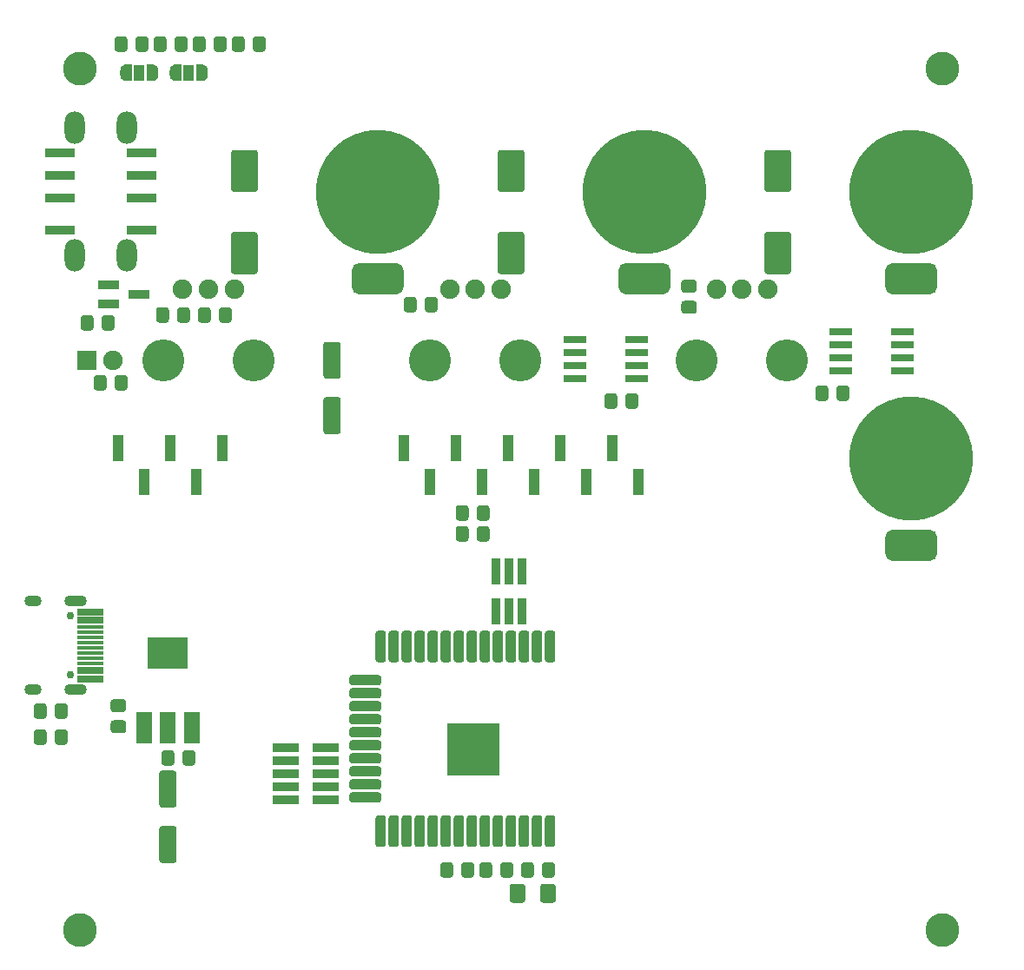
<source format=gbr>
%TF.GenerationSoftware,KiCad,Pcbnew,(5.1.6)-1*%
%TF.CreationDate,2020-10-02T15:44:05+02:00*%
%TF.ProjectId,PTnglieder,50546e67-6c69-4656-9465-722e6b696361,rev?*%
%TF.SameCoordinates,Original*%
%TF.FileFunction,Soldermask,Bot*%
%TF.FilePolarity,Negative*%
%FSLAX46Y46*%
G04 Gerber Fmt 4.6, Leading zero omitted, Abs format (unit mm)*
G04 Created by KiCad (PCBNEW (5.1.6)-1) date 2020-10-02 15:44:05*
%MOMM*%
%LPD*%
G01*
G04 APERTURE LIST*
%ADD10R,2.500000X0.840000*%
%ADD11C,1.900000*%
%ADD12R,1.900000X1.900000*%
%ADD13R,1.100000X2.610000*%
%ADD14R,2.300000X0.700000*%
%ADD15R,5.100000X5.100000*%
%ADD16R,2.550000X0.700000*%
%ADD17R,2.550000X0.400000*%
%ADD18O,2.200000X1.100000*%
%ADD19C,0.750000*%
%ADD20O,1.700000X1.100000*%
%ADD21C,12.100000*%
%ADD22C,4.100000*%
%ADD23O,1.950000X3.148000*%
%ADD24R,1.600000X3.100000*%
%ADD25R,3.900000X3.100000*%
%ADD26R,2.000000X0.900000*%
%ADD27R,2.900000X0.900000*%
%ADD28R,1.100000X1.600000*%
%ADD29C,0.100000*%
%ADD30R,0.840000X2.500000*%
%ADD31C,3.300000*%
G04 APERTURE END LIST*
D10*
%TO.C,J7*%
X81960000Y-124206000D03*
X78060000Y-124206000D03*
X81960000Y-125476000D03*
X78060000Y-125476000D03*
X81960000Y-126746000D03*
X78060000Y-126746000D03*
X81960000Y-128016000D03*
X78060000Y-128016000D03*
X81960000Y-129286000D03*
X78060000Y-129286000D03*
%TD*%
%TO.C,R15*%
G36*
G01*
X61360000Y-89124262D02*
X61360000Y-88167738D01*
G75*
G02*
X61631738Y-87896000I271738J0D01*
G01*
X62338262Y-87896000D01*
G75*
G02*
X62610000Y-88167738I0J-271738D01*
G01*
X62610000Y-89124262D01*
G75*
G02*
X62338262Y-89396000I-271738J0D01*
G01*
X61631738Y-89396000D01*
G75*
G02*
X61360000Y-89124262I0J271738D01*
G01*
G37*
G36*
G01*
X59310000Y-89124262D02*
X59310000Y-88167738D01*
G75*
G02*
X59581738Y-87896000I271738J0D01*
G01*
X60288262Y-87896000D01*
G75*
G02*
X60560000Y-88167738I0J-271738D01*
G01*
X60560000Y-89124262D01*
G75*
G02*
X60288262Y-89396000I-271738J0D01*
G01*
X59581738Y-89396000D01*
G75*
G02*
X59310000Y-89124262I0J271738D01*
G01*
G37*
%TD*%
D11*
%TO.C,D1*%
X61214000Y-86500000D03*
D12*
X58674000Y-86500000D03*
%TD*%
D13*
%TO.C,U4*%
X112430000Y-98310000D03*
X107350000Y-98310000D03*
X102270000Y-98310000D03*
X97190000Y-98310000D03*
X92110000Y-98310000D03*
X109890000Y-95000000D03*
X104810000Y-95000000D03*
X99730000Y-95000000D03*
X94650000Y-95000000D03*
X89570000Y-95000000D03*
%TD*%
%TO.C,R14*%
G36*
G01*
X98152000Y-135665738D02*
X98152000Y-136622262D01*
G75*
G02*
X97880262Y-136894000I-271738J0D01*
G01*
X97173738Y-136894000D01*
G75*
G02*
X96902000Y-136622262I0J271738D01*
G01*
X96902000Y-135665738D01*
G75*
G02*
X97173738Y-135394000I271738J0D01*
G01*
X97880262Y-135394000D01*
G75*
G02*
X98152000Y-135665738I0J-271738D01*
G01*
G37*
G36*
G01*
X100202000Y-135665738D02*
X100202000Y-136622262D01*
G75*
G02*
X99930262Y-136894000I-271738J0D01*
G01*
X99223738Y-136894000D01*
G75*
G02*
X98952000Y-136622262I0J271738D01*
G01*
X98952000Y-135665738D01*
G75*
G02*
X99223738Y-135394000I271738J0D01*
G01*
X99930262Y-135394000D01*
G75*
G02*
X100202000Y-135665738I0J-271738D01*
G01*
G37*
%TD*%
%TO.C,C12*%
G36*
G01*
X103016000Y-136622262D02*
X103016000Y-135665738D01*
G75*
G02*
X103287738Y-135394000I271738J0D01*
G01*
X103994262Y-135394000D01*
G75*
G02*
X104266000Y-135665738I0J-271738D01*
G01*
X104266000Y-136622262D01*
G75*
G02*
X103994262Y-136894000I-271738J0D01*
G01*
X103287738Y-136894000D01*
G75*
G02*
X103016000Y-136622262I0J271738D01*
G01*
G37*
G36*
G01*
X100966000Y-136622262D02*
X100966000Y-135665738D01*
G75*
G02*
X101237738Y-135394000I271738J0D01*
G01*
X101944262Y-135394000D01*
G75*
G02*
X102216000Y-135665738I0J-271738D01*
G01*
X102216000Y-136622262D01*
G75*
G02*
X101944262Y-136894000I-271738J0D01*
G01*
X101237738Y-136894000D01*
G75*
G02*
X100966000Y-136622262I0J271738D01*
G01*
G37*
%TD*%
%TO.C,C11*%
G36*
G01*
X102833000Y-139087456D02*
X102833000Y-137772544D01*
G75*
G02*
X103100544Y-137505000I267544J0D01*
G01*
X104090456Y-137505000D01*
G75*
G02*
X104358000Y-137772544I0J-267544D01*
G01*
X104358000Y-139087456D01*
G75*
G02*
X104090456Y-139355000I-267544J0D01*
G01*
X103100544Y-139355000D01*
G75*
G02*
X102833000Y-139087456I0J267544D01*
G01*
G37*
G36*
G01*
X99858000Y-139087456D02*
X99858000Y-137772544D01*
G75*
G02*
X100125544Y-137505000I267544J0D01*
G01*
X101115456Y-137505000D01*
G75*
G02*
X101383000Y-137772544I0J-267544D01*
G01*
X101383000Y-139087456D01*
G75*
G02*
X101115456Y-139355000I-267544J0D01*
G01*
X100125544Y-139355000D01*
G75*
G02*
X99858000Y-139087456I0J267544D01*
G01*
G37*
%TD*%
%TO.C,C10*%
G36*
G01*
X94342000Y-135665738D02*
X94342000Y-136622262D01*
G75*
G02*
X94070262Y-136894000I-271738J0D01*
G01*
X93363738Y-136894000D01*
G75*
G02*
X93092000Y-136622262I0J271738D01*
G01*
X93092000Y-135665738D01*
G75*
G02*
X93363738Y-135394000I271738J0D01*
G01*
X94070262Y-135394000D01*
G75*
G02*
X94342000Y-135665738I0J-271738D01*
G01*
G37*
G36*
G01*
X96392000Y-135665738D02*
X96392000Y-136622262D01*
G75*
G02*
X96120262Y-136894000I-271738J0D01*
G01*
X95413738Y-136894000D01*
G75*
G02*
X95142000Y-136622262I0J271738D01*
G01*
X95142000Y-135665738D01*
G75*
G02*
X95413738Y-135394000I271738J0D01*
G01*
X96120262Y-135394000D01*
G75*
G02*
X96392000Y-135665738I0J-271738D01*
G01*
G37*
%TD*%
D14*
%TO.C,U5*%
X138128000Y-87503000D03*
X138128000Y-86233000D03*
X138128000Y-84963000D03*
X138128000Y-83693000D03*
X132128000Y-83693000D03*
X132128000Y-84963000D03*
X132128000Y-86233000D03*
X132128000Y-87503000D03*
%TD*%
%TO.C,U6*%
G36*
G01*
X103550000Y-112815000D02*
X104050000Y-112815000D01*
G75*
G02*
X104300000Y-113065000I0J-250000D01*
G01*
X104300000Y-115665000D01*
G75*
G02*
X104050000Y-115915000I-250000J0D01*
G01*
X103550000Y-115915000D01*
G75*
G02*
X103300000Y-115665000I0J250000D01*
G01*
X103300000Y-113065000D01*
G75*
G02*
X103550000Y-112815000I250000J0D01*
G01*
G37*
G36*
G01*
X102280000Y-112815000D02*
X102780000Y-112815000D01*
G75*
G02*
X103030000Y-113065000I0J-250000D01*
G01*
X103030000Y-115665000D01*
G75*
G02*
X102780000Y-115915000I-250000J0D01*
G01*
X102280000Y-115915000D01*
G75*
G02*
X102030000Y-115665000I0J250000D01*
G01*
X102030000Y-113065000D01*
G75*
G02*
X102280000Y-112815000I250000J0D01*
G01*
G37*
G36*
G01*
X101010000Y-112815000D02*
X101510000Y-112815000D01*
G75*
G02*
X101760000Y-113065000I0J-250000D01*
G01*
X101760000Y-115665000D01*
G75*
G02*
X101510000Y-115915000I-250000J0D01*
G01*
X101010000Y-115915000D01*
G75*
G02*
X100760000Y-115665000I0J250000D01*
G01*
X100760000Y-113065000D01*
G75*
G02*
X101010000Y-112815000I250000J0D01*
G01*
G37*
G36*
G01*
X99740000Y-112815000D02*
X100240000Y-112815000D01*
G75*
G02*
X100490000Y-113065000I0J-250000D01*
G01*
X100490000Y-115665000D01*
G75*
G02*
X100240000Y-115915000I-250000J0D01*
G01*
X99740000Y-115915000D01*
G75*
G02*
X99490000Y-115665000I0J250000D01*
G01*
X99490000Y-113065000D01*
G75*
G02*
X99740000Y-112815000I250000J0D01*
G01*
G37*
G36*
G01*
X98470000Y-112815000D02*
X98970000Y-112815000D01*
G75*
G02*
X99220000Y-113065000I0J-250000D01*
G01*
X99220000Y-115665000D01*
G75*
G02*
X98970000Y-115915000I-250000J0D01*
G01*
X98470000Y-115915000D01*
G75*
G02*
X98220000Y-115665000I0J250000D01*
G01*
X98220000Y-113065000D01*
G75*
G02*
X98470000Y-112815000I250000J0D01*
G01*
G37*
G36*
G01*
X97200000Y-112815000D02*
X97700000Y-112815000D01*
G75*
G02*
X97950000Y-113065000I0J-250000D01*
G01*
X97950000Y-115665000D01*
G75*
G02*
X97700000Y-115915000I-250000J0D01*
G01*
X97200000Y-115915000D01*
G75*
G02*
X96950000Y-115665000I0J250000D01*
G01*
X96950000Y-113065000D01*
G75*
G02*
X97200000Y-112815000I250000J0D01*
G01*
G37*
G36*
G01*
X95930000Y-112815000D02*
X96430000Y-112815000D01*
G75*
G02*
X96680000Y-113065000I0J-250000D01*
G01*
X96680000Y-115665000D01*
G75*
G02*
X96430000Y-115915000I-250000J0D01*
G01*
X95930000Y-115915000D01*
G75*
G02*
X95680000Y-115665000I0J250000D01*
G01*
X95680000Y-113065000D01*
G75*
G02*
X95930000Y-112815000I250000J0D01*
G01*
G37*
G36*
G01*
X94660000Y-112815000D02*
X95160000Y-112815000D01*
G75*
G02*
X95410000Y-113065000I0J-250000D01*
G01*
X95410000Y-115665000D01*
G75*
G02*
X95160000Y-115915000I-250000J0D01*
G01*
X94660000Y-115915000D01*
G75*
G02*
X94410000Y-115665000I0J250000D01*
G01*
X94410000Y-113065000D01*
G75*
G02*
X94660000Y-112815000I250000J0D01*
G01*
G37*
G36*
G01*
X93390000Y-112815000D02*
X93890000Y-112815000D01*
G75*
G02*
X94140000Y-113065000I0J-250000D01*
G01*
X94140000Y-115665000D01*
G75*
G02*
X93890000Y-115915000I-250000J0D01*
G01*
X93390000Y-115915000D01*
G75*
G02*
X93140000Y-115665000I0J250000D01*
G01*
X93140000Y-113065000D01*
G75*
G02*
X93390000Y-112815000I250000J0D01*
G01*
G37*
G36*
G01*
X92120000Y-112815000D02*
X92620000Y-112815000D01*
G75*
G02*
X92870000Y-113065000I0J-250000D01*
G01*
X92870000Y-115665000D01*
G75*
G02*
X92620000Y-115915000I-250000J0D01*
G01*
X92120000Y-115915000D01*
G75*
G02*
X91870000Y-115665000I0J250000D01*
G01*
X91870000Y-113065000D01*
G75*
G02*
X92120000Y-112815000I250000J0D01*
G01*
G37*
G36*
G01*
X90850000Y-112815000D02*
X91350000Y-112815000D01*
G75*
G02*
X91600000Y-113065000I0J-250000D01*
G01*
X91600000Y-115665000D01*
G75*
G02*
X91350000Y-115915000I-250000J0D01*
G01*
X90850000Y-115915000D01*
G75*
G02*
X90600000Y-115665000I0J250000D01*
G01*
X90600000Y-113065000D01*
G75*
G02*
X90850000Y-112815000I250000J0D01*
G01*
G37*
G36*
G01*
X89580000Y-112815000D02*
X90080000Y-112815000D01*
G75*
G02*
X90330000Y-113065000I0J-250000D01*
G01*
X90330000Y-115665000D01*
G75*
G02*
X90080000Y-115915000I-250000J0D01*
G01*
X89580000Y-115915000D01*
G75*
G02*
X89330000Y-115665000I0J250000D01*
G01*
X89330000Y-113065000D01*
G75*
G02*
X89580000Y-112815000I250000J0D01*
G01*
G37*
G36*
G01*
X88310000Y-112815000D02*
X88810000Y-112815000D01*
G75*
G02*
X89060000Y-113065000I0J-250000D01*
G01*
X89060000Y-115665000D01*
G75*
G02*
X88810000Y-115915000I-250000J0D01*
G01*
X88310000Y-115915000D01*
G75*
G02*
X88060000Y-115665000I0J250000D01*
G01*
X88060000Y-113065000D01*
G75*
G02*
X88310000Y-112815000I250000J0D01*
G01*
G37*
G36*
G01*
X87040000Y-112815000D02*
X87540000Y-112815000D01*
G75*
G02*
X87790000Y-113065000I0J-250000D01*
G01*
X87790000Y-115665000D01*
G75*
G02*
X87540000Y-115915000I-250000J0D01*
G01*
X87040000Y-115915000D01*
G75*
G02*
X86790000Y-115665000I0J250000D01*
G01*
X86790000Y-113065000D01*
G75*
G02*
X87040000Y-112815000I250000J0D01*
G01*
G37*
G36*
G01*
X84240000Y-117900000D02*
X84240000Y-117400000D01*
G75*
G02*
X84490000Y-117150000I250000J0D01*
G01*
X87090000Y-117150000D01*
G75*
G02*
X87340000Y-117400000I0J-250000D01*
G01*
X87340000Y-117900000D01*
G75*
G02*
X87090000Y-118150000I-250000J0D01*
G01*
X84490000Y-118150000D01*
G75*
G02*
X84240000Y-117900000I0J250000D01*
G01*
G37*
G36*
G01*
X84240000Y-119170000D02*
X84240000Y-118670000D01*
G75*
G02*
X84490000Y-118420000I250000J0D01*
G01*
X87090000Y-118420000D01*
G75*
G02*
X87340000Y-118670000I0J-250000D01*
G01*
X87340000Y-119170000D01*
G75*
G02*
X87090000Y-119420000I-250000J0D01*
G01*
X84490000Y-119420000D01*
G75*
G02*
X84240000Y-119170000I0J250000D01*
G01*
G37*
G36*
G01*
X84240000Y-120440000D02*
X84240000Y-119940000D01*
G75*
G02*
X84490000Y-119690000I250000J0D01*
G01*
X87090000Y-119690000D01*
G75*
G02*
X87340000Y-119940000I0J-250000D01*
G01*
X87340000Y-120440000D01*
G75*
G02*
X87090000Y-120690000I-250000J0D01*
G01*
X84490000Y-120690000D01*
G75*
G02*
X84240000Y-120440000I0J250000D01*
G01*
G37*
G36*
G01*
X84240000Y-121710000D02*
X84240000Y-121210000D01*
G75*
G02*
X84490000Y-120960000I250000J0D01*
G01*
X87090000Y-120960000D01*
G75*
G02*
X87340000Y-121210000I0J-250000D01*
G01*
X87340000Y-121710000D01*
G75*
G02*
X87090000Y-121960000I-250000J0D01*
G01*
X84490000Y-121960000D01*
G75*
G02*
X84240000Y-121710000I0J250000D01*
G01*
G37*
G36*
G01*
X84240000Y-122980000D02*
X84240000Y-122480000D01*
G75*
G02*
X84490000Y-122230000I250000J0D01*
G01*
X87090000Y-122230000D01*
G75*
G02*
X87340000Y-122480000I0J-250000D01*
G01*
X87340000Y-122980000D01*
G75*
G02*
X87090000Y-123230000I-250000J0D01*
G01*
X84490000Y-123230000D01*
G75*
G02*
X84240000Y-122980000I0J250000D01*
G01*
G37*
G36*
G01*
X84240000Y-124250000D02*
X84240000Y-123750000D01*
G75*
G02*
X84490000Y-123500000I250000J0D01*
G01*
X87090000Y-123500000D01*
G75*
G02*
X87340000Y-123750000I0J-250000D01*
G01*
X87340000Y-124250000D01*
G75*
G02*
X87090000Y-124500000I-250000J0D01*
G01*
X84490000Y-124500000D01*
G75*
G02*
X84240000Y-124250000I0J250000D01*
G01*
G37*
G36*
G01*
X84240000Y-125520000D02*
X84240000Y-125020000D01*
G75*
G02*
X84490000Y-124770000I250000J0D01*
G01*
X87090000Y-124770000D01*
G75*
G02*
X87340000Y-125020000I0J-250000D01*
G01*
X87340000Y-125520000D01*
G75*
G02*
X87090000Y-125770000I-250000J0D01*
G01*
X84490000Y-125770000D01*
G75*
G02*
X84240000Y-125520000I0J250000D01*
G01*
G37*
G36*
G01*
X84240000Y-126790000D02*
X84240000Y-126290000D01*
G75*
G02*
X84490000Y-126040000I250000J0D01*
G01*
X87090000Y-126040000D01*
G75*
G02*
X87340000Y-126290000I0J-250000D01*
G01*
X87340000Y-126790000D01*
G75*
G02*
X87090000Y-127040000I-250000J0D01*
G01*
X84490000Y-127040000D01*
G75*
G02*
X84240000Y-126790000I0J250000D01*
G01*
G37*
G36*
G01*
X84240000Y-128060000D02*
X84240000Y-127560000D01*
G75*
G02*
X84490000Y-127310000I250000J0D01*
G01*
X87090000Y-127310000D01*
G75*
G02*
X87340000Y-127560000I0J-250000D01*
G01*
X87340000Y-128060000D01*
G75*
G02*
X87090000Y-128310000I-250000J0D01*
G01*
X84490000Y-128310000D01*
G75*
G02*
X84240000Y-128060000I0J250000D01*
G01*
G37*
G36*
G01*
X84240000Y-129330000D02*
X84240000Y-128830000D01*
G75*
G02*
X84490000Y-128580000I250000J0D01*
G01*
X87090000Y-128580000D01*
G75*
G02*
X87340000Y-128830000I0J-250000D01*
G01*
X87340000Y-129330000D01*
G75*
G02*
X87090000Y-129580000I-250000J0D01*
G01*
X84490000Y-129580000D01*
G75*
G02*
X84240000Y-129330000I0J250000D01*
G01*
G37*
G36*
G01*
X87540000Y-133915000D02*
X87040000Y-133915000D01*
G75*
G02*
X86790000Y-133665000I0J250000D01*
G01*
X86790000Y-131065000D01*
G75*
G02*
X87040000Y-130815000I250000J0D01*
G01*
X87540000Y-130815000D01*
G75*
G02*
X87790000Y-131065000I0J-250000D01*
G01*
X87790000Y-133665000D01*
G75*
G02*
X87540000Y-133915000I-250000J0D01*
G01*
G37*
G36*
G01*
X88810000Y-133915000D02*
X88310000Y-133915000D01*
G75*
G02*
X88060000Y-133665000I0J250000D01*
G01*
X88060000Y-131065000D01*
G75*
G02*
X88310000Y-130815000I250000J0D01*
G01*
X88810000Y-130815000D01*
G75*
G02*
X89060000Y-131065000I0J-250000D01*
G01*
X89060000Y-133665000D01*
G75*
G02*
X88810000Y-133915000I-250000J0D01*
G01*
G37*
G36*
G01*
X90080000Y-133915000D02*
X89580000Y-133915000D01*
G75*
G02*
X89330000Y-133665000I0J250000D01*
G01*
X89330000Y-131065000D01*
G75*
G02*
X89580000Y-130815000I250000J0D01*
G01*
X90080000Y-130815000D01*
G75*
G02*
X90330000Y-131065000I0J-250000D01*
G01*
X90330000Y-133665000D01*
G75*
G02*
X90080000Y-133915000I-250000J0D01*
G01*
G37*
G36*
G01*
X91350000Y-133915000D02*
X90850000Y-133915000D01*
G75*
G02*
X90600000Y-133665000I0J250000D01*
G01*
X90600000Y-131065000D01*
G75*
G02*
X90850000Y-130815000I250000J0D01*
G01*
X91350000Y-130815000D01*
G75*
G02*
X91600000Y-131065000I0J-250000D01*
G01*
X91600000Y-133665000D01*
G75*
G02*
X91350000Y-133915000I-250000J0D01*
G01*
G37*
G36*
G01*
X92620000Y-133915000D02*
X92120000Y-133915000D01*
G75*
G02*
X91870000Y-133665000I0J250000D01*
G01*
X91870000Y-131065000D01*
G75*
G02*
X92120000Y-130815000I250000J0D01*
G01*
X92620000Y-130815000D01*
G75*
G02*
X92870000Y-131065000I0J-250000D01*
G01*
X92870000Y-133665000D01*
G75*
G02*
X92620000Y-133915000I-250000J0D01*
G01*
G37*
G36*
G01*
X93890000Y-133915000D02*
X93390000Y-133915000D01*
G75*
G02*
X93140000Y-133665000I0J250000D01*
G01*
X93140000Y-131065000D01*
G75*
G02*
X93390000Y-130815000I250000J0D01*
G01*
X93890000Y-130815000D01*
G75*
G02*
X94140000Y-131065000I0J-250000D01*
G01*
X94140000Y-133665000D01*
G75*
G02*
X93890000Y-133915000I-250000J0D01*
G01*
G37*
G36*
G01*
X95160000Y-133915000D02*
X94660000Y-133915000D01*
G75*
G02*
X94410000Y-133665000I0J250000D01*
G01*
X94410000Y-131065000D01*
G75*
G02*
X94660000Y-130815000I250000J0D01*
G01*
X95160000Y-130815000D01*
G75*
G02*
X95410000Y-131065000I0J-250000D01*
G01*
X95410000Y-133665000D01*
G75*
G02*
X95160000Y-133915000I-250000J0D01*
G01*
G37*
G36*
G01*
X96430000Y-133915000D02*
X95930000Y-133915000D01*
G75*
G02*
X95680000Y-133665000I0J250000D01*
G01*
X95680000Y-131065000D01*
G75*
G02*
X95930000Y-130815000I250000J0D01*
G01*
X96430000Y-130815000D01*
G75*
G02*
X96680000Y-131065000I0J-250000D01*
G01*
X96680000Y-133665000D01*
G75*
G02*
X96430000Y-133915000I-250000J0D01*
G01*
G37*
G36*
G01*
X97700000Y-133915000D02*
X97200000Y-133915000D01*
G75*
G02*
X96950000Y-133665000I0J250000D01*
G01*
X96950000Y-131065000D01*
G75*
G02*
X97200000Y-130815000I250000J0D01*
G01*
X97700000Y-130815000D01*
G75*
G02*
X97950000Y-131065000I0J-250000D01*
G01*
X97950000Y-133665000D01*
G75*
G02*
X97700000Y-133915000I-250000J0D01*
G01*
G37*
G36*
G01*
X98970000Y-133915000D02*
X98470000Y-133915000D01*
G75*
G02*
X98220000Y-133665000I0J250000D01*
G01*
X98220000Y-131065000D01*
G75*
G02*
X98470000Y-130815000I250000J0D01*
G01*
X98970000Y-130815000D01*
G75*
G02*
X99220000Y-131065000I0J-250000D01*
G01*
X99220000Y-133665000D01*
G75*
G02*
X98970000Y-133915000I-250000J0D01*
G01*
G37*
G36*
G01*
X100240000Y-133915000D02*
X99740000Y-133915000D01*
G75*
G02*
X99490000Y-133665000I0J250000D01*
G01*
X99490000Y-131065000D01*
G75*
G02*
X99740000Y-130815000I250000J0D01*
G01*
X100240000Y-130815000D01*
G75*
G02*
X100490000Y-131065000I0J-250000D01*
G01*
X100490000Y-133665000D01*
G75*
G02*
X100240000Y-133915000I-250000J0D01*
G01*
G37*
G36*
G01*
X101510000Y-133915000D02*
X101010000Y-133915000D01*
G75*
G02*
X100760000Y-133665000I0J250000D01*
G01*
X100760000Y-131065000D01*
G75*
G02*
X101010000Y-130815000I250000J0D01*
G01*
X101510000Y-130815000D01*
G75*
G02*
X101760000Y-131065000I0J-250000D01*
G01*
X101760000Y-133665000D01*
G75*
G02*
X101510000Y-133915000I-250000J0D01*
G01*
G37*
G36*
G01*
X102780000Y-133915000D02*
X102280000Y-133915000D01*
G75*
G02*
X102030000Y-133665000I0J250000D01*
G01*
X102030000Y-131065000D01*
G75*
G02*
X102280000Y-130815000I250000J0D01*
G01*
X102780000Y-130815000D01*
G75*
G02*
X103030000Y-131065000I0J-250000D01*
G01*
X103030000Y-133665000D01*
G75*
G02*
X102780000Y-133915000I-250000J0D01*
G01*
G37*
G36*
G01*
X104050000Y-133915000D02*
X103550000Y-133915000D01*
G75*
G02*
X103300000Y-133665000I0J250000D01*
G01*
X103300000Y-131065000D01*
G75*
G02*
X103550000Y-130815000I250000J0D01*
G01*
X104050000Y-130815000D01*
G75*
G02*
X104300000Y-131065000I0J-250000D01*
G01*
X104300000Y-133665000D01*
G75*
G02*
X104050000Y-133915000I-250000J0D01*
G01*
G37*
D15*
X96300000Y-124365000D03*
%TD*%
D16*
%TO.C,J5*%
X59000000Y-111000000D03*
X59000000Y-111800000D03*
X59000000Y-116700000D03*
X59000000Y-117500000D03*
X59000000Y-117500000D03*
X59000000Y-116700000D03*
X59000000Y-111800000D03*
X59000000Y-111000000D03*
D17*
X59000000Y-116000000D03*
X59000000Y-115500000D03*
X59000000Y-115000000D03*
X59000000Y-114000000D03*
X59000000Y-113500000D03*
X59000000Y-113000000D03*
X59000000Y-112500000D03*
X59000000Y-114500000D03*
D18*
X57585000Y-109930000D03*
X57585000Y-118570000D03*
D19*
X57055000Y-117140000D03*
D20*
X53405000Y-118570000D03*
D19*
X57055000Y-111360000D03*
D20*
X53405000Y-109930000D03*
%TD*%
%TO.C,J4*%
G36*
G01*
X141550000Y-103725000D02*
X141550000Y-105275000D01*
G75*
G02*
X140775000Y-106050000I-775000J0D01*
G01*
X137225000Y-106050000D01*
G75*
G02*
X136450000Y-105275000I0J775000D01*
G01*
X136450000Y-103725000D01*
G75*
G02*
X137225000Y-102950000I775000J0D01*
G01*
X140775000Y-102950000D01*
G75*
G02*
X141550000Y-103725000I0J-775000D01*
G01*
G37*
D21*
X139000000Y-96000000D03*
%TD*%
%TO.C,J3*%
G36*
G01*
X141550000Y-77725000D02*
X141550000Y-79275000D01*
G75*
G02*
X140775000Y-80050000I-775000J0D01*
G01*
X137225000Y-80050000D01*
G75*
G02*
X136450000Y-79275000I0J775000D01*
G01*
X136450000Y-77725000D01*
G75*
G02*
X137225000Y-76950000I775000J0D01*
G01*
X140775000Y-76950000D01*
G75*
G02*
X141550000Y-77725000I0J-775000D01*
G01*
G37*
X139000000Y-70000000D03*
%TD*%
%TO.C,J2*%
G36*
G01*
X115550000Y-77725000D02*
X115550000Y-79275000D01*
G75*
G02*
X114775000Y-80050000I-775000J0D01*
G01*
X111225000Y-80050000D01*
G75*
G02*
X110450000Y-79275000I0J775000D01*
G01*
X110450000Y-77725000D01*
G75*
G02*
X111225000Y-76950000I775000J0D01*
G01*
X114775000Y-76950000D01*
G75*
G02*
X115550000Y-77725000I0J-775000D01*
G01*
G37*
X113000000Y-70000000D03*
%TD*%
%TO.C,J1*%
G36*
G01*
X89550000Y-77725000D02*
X89550000Y-79275000D01*
G75*
G02*
X88775000Y-80050000I-775000J0D01*
G01*
X85225000Y-80050000D01*
G75*
G02*
X84450000Y-79275000I0J775000D01*
G01*
X84450000Y-77725000D01*
G75*
G02*
X85225000Y-76950000I775000J0D01*
G01*
X88775000Y-76950000D01*
G75*
G02*
X89550000Y-77725000I0J-775000D01*
G01*
G37*
X87000000Y-70000000D03*
%TD*%
D22*
%TO.C,RV3*%
X118100000Y-86500000D03*
X126900000Y-86500000D03*
D11*
X120000000Y-79500000D03*
X122500000Y-79500000D03*
X125000000Y-79500000D03*
%TD*%
%TO.C,C5*%
G36*
G01*
X127040000Y-70050000D02*
X124960000Y-70050000D01*
G75*
G02*
X124700000Y-69790000I0J260000D01*
G01*
X124700000Y-66210000D01*
G75*
G02*
X124960000Y-65950000I260000J0D01*
G01*
X127040000Y-65950000D01*
G75*
G02*
X127300000Y-66210000I0J-260000D01*
G01*
X127300000Y-69790000D01*
G75*
G02*
X127040000Y-70050000I-260000J0D01*
G01*
G37*
G36*
G01*
X127040000Y-78050000D02*
X124960000Y-78050000D01*
G75*
G02*
X124700000Y-77790000I0J260000D01*
G01*
X124700000Y-74210000D01*
G75*
G02*
X124960000Y-73950000I260000J0D01*
G01*
X127040000Y-73950000D01*
G75*
G02*
X127300000Y-74210000I0J-260000D01*
G01*
X127300000Y-77790000D01*
G75*
G02*
X127040000Y-78050000I-260000J0D01*
G01*
G37*
%TD*%
D23*
%TO.C,SW1*%
X57500000Y-63750000D03*
X62500000Y-63750000D03*
X57500000Y-76250000D03*
X62500000Y-76250000D03*
%TD*%
D24*
%TO.C,U3*%
X68848000Y-122268000D03*
X64248000Y-122268000D03*
X66548000Y-122268000D03*
D25*
X66548000Y-114968000D03*
%TD*%
D13*
%TO.C,U2*%
X69342000Y-98298000D03*
X64262000Y-98298000D03*
X71882000Y-94988000D03*
X66802000Y-94988000D03*
X61722000Y-94988000D03*
%TD*%
%TO.C,R13*%
G36*
G01*
X74822000Y-56104262D02*
X74822000Y-55147738D01*
G75*
G02*
X75093738Y-54876000I271738J0D01*
G01*
X75800262Y-54876000D01*
G75*
G02*
X76072000Y-55147738I0J-271738D01*
G01*
X76072000Y-56104262D01*
G75*
G02*
X75800262Y-56376000I-271738J0D01*
G01*
X75093738Y-56376000D01*
G75*
G02*
X74822000Y-56104262I0J271738D01*
G01*
G37*
G36*
G01*
X72772000Y-56104262D02*
X72772000Y-55147738D01*
G75*
G02*
X73043738Y-54876000I271738J0D01*
G01*
X73750262Y-54876000D01*
G75*
G02*
X74022000Y-55147738I0J-271738D01*
G01*
X74022000Y-56104262D01*
G75*
G02*
X73750262Y-56376000I-271738J0D01*
G01*
X73043738Y-56376000D01*
G75*
G02*
X72772000Y-56104262I0J271738D01*
G01*
G37*
%TD*%
%TO.C,R12*%
G36*
G01*
X71012000Y-56104262D02*
X71012000Y-55147738D01*
G75*
G02*
X71283738Y-54876000I271738J0D01*
G01*
X71990262Y-54876000D01*
G75*
G02*
X72262000Y-55147738I0J-271738D01*
G01*
X72262000Y-56104262D01*
G75*
G02*
X71990262Y-56376000I-271738J0D01*
G01*
X71283738Y-56376000D01*
G75*
G02*
X71012000Y-56104262I0J271738D01*
G01*
G37*
G36*
G01*
X68962000Y-56104262D02*
X68962000Y-55147738D01*
G75*
G02*
X69233738Y-54876000I271738J0D01*
G01*
X69940262Y-54876000D01*
G75*
G02*
X70212000Y-55147738I0J-271738D01*
G01*
X70212000Y-56104262D01*
G75*
G02*
X69940262Y-56376000I-271738J0D01*
G01*
X69233738Y-56376000D01*
G75*
G02*
X68962000Y-56104262I0J271738D01*
G01*
G37*
%TD*%
%TO.C,R11*%
G36*
G01*
X67202000Y-56104262D02*
X67202000Y-55147738D01*
G75*
G02*
X67473738Y-54876000I271738J0D01*
G01*
X68180262Y-54876000D01*
G75*
G02*
X68452000Y-55147738I0J-271738D01*
G01*
X68452000Y-56104262D01*
G75*
G02*
X68180262Y-56376000I-271738J0D01*
G01*
X67473738Y-56376000D01*
G75*
G02*
X67202000Y-56104262I0J271738D01*
G01*
G37*
G36*
G01*
X65152000Y-56104262D02*
X65152000Y-55147738D01*
G75*
G02*
X65423738Y-54876000I271738J0D01*
G01*
X66130262Y-54876000D01*
G75*
G02*
X66402000Y-55147738I0J-271738D01*
G01*
X66402000Y-56104262D01*
G75*
G02*
X66130262Y-56376000I-271738J0D01*
G01*
X65423738Y-56376000D01*
G75*
G02*
X65152000Y-56104262I0J271738D01*
G01*
G37*
%TD*%
%TO.C,R10*%
G36*
G01*
X63401000Y-56104262D02*
X63401000Y-55147738D01*
G75*
G02*
X63672738Y-54876000I271738J0D01*
G01*
X64379262Y-54876000D01*
G75*
G02*
X64651000Y-55147738I0J-271738D01*
G01*
X64651000Y-56104262D01*
G75*
G02*
X64379262Y-56376000I-271738J0D01*
G01*
X63672738Y-56376000D01*
G75*
G02*
X63401000Y-56104262I0J271738D01*
G01*
G37*
G36*
G01*
X61351000Y-56104262D02*
X61351000Y-55147738D01*
G75*
G02*
X61622738Y-54876000I271738J0D01*
G01*
X62329262Y-54876000D01*
G75*
G02*
X62601000Y-55147738I0J-271738D01*
G01*
X62601000Y-56104262D01*
G75*
G02*
X62329262Y-56376000I-271738J0D01*
G01*
X61622738Y-56376000D01*
G75*
G02*
X61351000Y-56104262I0J271738D01*
G01*
G37*
%TD*%
%TO.C,R9*%
G36*
G01*
X54718000Y-120171738D02*
X54718000Y-121128262D01*
G75*
G02*
X54446262Y-121400000I-271738J0D01*
G01*
X53739738Y-121400000D01*
G75*
G02*
X53468000Y-121128262I0J271738D01*
G01*
X53468000Y-120171738D01*
G75*
G02*
X53739738Y-119900000I271738J0D01*
G01*
X54446262Y-119900000D01*
G75*
G02*
X54718000Y-120171738I0J-271738D01*
G01*
G37*
G36*
G01*
X56768000Y-120171738D02*
X56768000Y-121128262D01*
G75*
G02*
X56496262Y-121400000I-271738J0D01*
G01*
X55789738Y-121400000D01*
G75*
G02*
X55518000Y-121128262I0J271738D01*
G01*
X55518000Y-120171738D01*
G75*
G02*
X55789738Y-119900000I271738J0D01*
G01*
X56496262Y-119900000D01*
G75*
G02*
X56768000Y-120171738I0J-271738D01*
G01*
G37*
%TD*%
%TO.C,R8*%
G36*
G01*
X55518000Y-123668262D02*
X55518000Y-122711738D01*
G75*
G02*
X55789738Y-122440000I271738J0D01*
G01*
X56496262Y-122440000D01*
G75*
G02*
X56768000Y-122711738I0J-271738D01*
G01*
X56768000Y-123668262D01*
G75*
G02*
X56496262Y-123940000I-271738J0D01*
G01*
X55789738Y-123940000D01*
G75*
G02*
X55518000Y-123668262I0J271738D01*
G01*
G37*
G36*
G01*
X53468000Y-123668262D02*
X53468000Y-122711738D01*
G75*
G02*
X53739738Y-122440000I271738J0D01*
G01*
X54446262Y-122440000D01*
G75*
G02*
X54718000Y-122711738I0J-271738D01*
G01*
X54718000Y-123668262D01*
G75*
G02*
X54446262Y-123940000I-271738J0D01*
G01*
X53739738Y-123940000D01*
G75*
G02*
X53468000Y-123668262I0J271738D01*
G01*
G37*
%TD*%
%TO.C,R7*%
G36*
G01*
X60090000Y-83282262D02*
X60090000Y-82325738D01*
G75*
G02*
X60361738Y-82054000I271738J0D01*
G01*
X61068262Y-82054000D01*
G75*
G02*
X61340000Y-82325738I0J-271738D01*
G01*
X61340000Y-83282262D01*
G75*
G02*
X61068262Y-83554000I-271738J0D01*
G01*
X60361738Y-83554000D01*
G75*
G02*
X60090000Y-83282262I0J271738D01*
G01*
G37*
G36*
G01*
X58040000Y-83282262D02*
X58040000Y-82325738D01*
G75*
G02*
X58311738Y-82054000I271738J0D01*
G01*
X59018262Y-82054000D01*
G75*
G02*
X59290000Y-82325738I0J-271738D01*
G01*
X59290000Y-83282262D01*
G75*
G02*
X59018262Y-83554000I-271738J0D01*
G01*
X58311738Y-83554000D01*
G75*
G02*
X58040000Y-83282262I0J271738D01*
G01*
G37*
%TD*%
%TO.C,R6*%
G36*
G01*
X117826262Y-79864000D02*
X116869738Y-79864000D01*
G75*
G02*
X116598000Y-79592262I0J271738D01*
G01*
X116598000Y-78885738D01*
G75*
G02*
X116869738Y-78614000I271738J0D01*
G01*
X117826262Y-78614000D01*
G75*
G02*
X118098000Y-78885738I0J-271738D01*
G01*
X118098000Y-79592262D01*
G75*
G02*
X117826262Y-79864000I-271738J0D01*
G01*
G37*
G36*
G01*
X117826262Y-81914000D02*
X116869738Y-81914000D01*
G75*
G02*
X116598000Y-81642262I0J271738D01*
G01*
X116598000Y-80935738D01*
G75*
G02*
X116869738Y-80664000I271738J0D01*
G01*
X117826262Y-80664000D01*
G75*
G02*
X118098000Y-80935738I0J-271738D01*
G01*
X118098000Y-81642262D01*
G75*
G02*
X117826262Y-81914000I-271738J0D01*
G01*
G37*
%TD*%
%TO.C,R5*%
G36*
G01*
X91586000Y-81504262D02*
X91586000Y-80547738D01*
G75*
G02*
X91857738Y-80276000I271738J0D01*
G01*
X92564262Y-80276000D01*
G75*
G02*
X92836000Y-80547738I0J-271738D01*
G01*
X92836000Y-81504262D01*
G75*
G02*
X92564262Y-81776000I-271738J0D01*
G01*
X91857738Y-81776000D01*
G75*
G02*
X91586000Y-81504262I0J271738D01*
G01*
G37*
G36*
G01*
X89536000Y-81504262D02*
X89536000Y-80547738D01*
G75*
G02*
X89807738Y-80276000I271738J0D01*
G01*
X90514262Y-80276000D01*
G75*
G02*
X90786000Y-80547738I0J-271738D01*
G01*
X90786000Y-81504262D01*
G75*
G02*
X90514262Y-81776000I-271738J0D01*
G01*
X89807738Y-81776000D01*
G75*
G02*
X89536000Y-81504262I0J271738D01*
G01*
G37*
%TD*%
%TO.C,R4*%
G36*
G01*
X96657000Y-101824262D02*
X96657000Y-100867738D01*
G75*
G02*
X96928738Y-100596000I271738J0D01*
G01*
X97635262Y-100596000D01*
G75*
G02*
X97907000Y-100867738I0J-271738D01*
G01*
X97907000Y-101824262D01*
G75*
G02*
X97635262Y-102096000I-271738J0D01*
G01*
X96928738Y-102096000D01*
G75*
G02*
X96657000Y-101824262I0J271738D01*
G01*
G37*
G36*
G01*
X94607000Y-101824262D02*
X94607000Y-100867738D01*
G75*
G02*
X94878738Y-100596000I271738J0D01*
G01*
X95585262Y-100596000D01*
G75*
G02*
X95857000Y-100867738I0J-271738D01*
G01*
X95857000Y-101824262D01*
G75*
G02*
X95585262Y-102096000I-271738J0D01*
G01*
X94878738Y-102096000D01*
G75*
G02*
X94607000Y-101824262I0J271738D01*
G01*
G37*
%TD*%
%TO.C,R3*%
G36*
G01*
X94607000Y-103856262D02*
X94607000Y-102899738D01*
G75*
G02*
X94878738Y-102628000I271738J0D01*
G01*
X95585262Y-102628000D01*
G75*
G02*
X95857000Y-102899738I0J-271738D01*
G01*
X95857000Y-103856262D01*
G75*
G02*
X95585262Y-104128000I-271738J0D01*
G01*
X94878738Y-104128000D01*
G75*
G02*
X94607000Y-103856262I0J271738D01*
G01*
G37*
G36*
G01*
X96657000Y-103856262D02*
X96657000Y-102899738D01*
G75*
G02*
X96928738Y-102628000I271738J0D01*
G01*
X97635262Y-102628000D01*
G75*
G02*
X97907000Y-102899738I0J-271738D01*
G01*
X97907000Y-103856262D01*
G75*
G02*
X97635262Y-104128000I-271738J0D01*
G01*
X96928738Y-104128000D01*
G75*
G02*
X96657000Y-103856262I0J271738D01*
G01*
G37*
%TD*%
%TO.C,R2*%
G36*
G01*
X67447000Y-82520262D02*
X67447000Y-81563738D01*
G75*
G02*
X67718738Y-81292000I271738J0D01*
G01*
X68425262Y-81292000D01*
G75*
G02*
X68697000Y-81563738I0J-271738D01*
G01*
X68697000Y-82520262D01*
G75*
G02*
X68425262Y-82792000I-271738J0D01*
G01*
X67718738Y-82792000D01*
G75*
G02*
X67447000Y-82520262I0J271738D01*
G01*
G37*
G36*
G01*
X65397000Y-82520262D02*
X65397000Y-81563738D01*
G75*
G02*
X65668738Y-81292000I271738J0D01*
G01*
X66375262Y-81292000D01*
G75*
G02*
X66647000Y-81563738I0J-271738D01*
G01*
X66647000Y-82520262D01*
G75*
G02*
X66375262Y-82792000I-271738J0D01*
G01*
X65668738Y-82792000D01*
G75*
G02*
X65397000Y-82520262I0J271738D01*
G01*
G37*
%TD*%
%TO.C,R1*%
G36*
G01*
X70720000Y-81563738D02*
X70720000Y-82520262D01*
G75*
G02*
X70448262Y-82792000I-271738J0D01*
G01*
X69741738Y-82792000D01*
G75*
G02*
X69470000Y-82520262I0J271738D01*
G01*
X69470000Y-81563738D01*
G75*
G02*
X69741738Y-81292000I271738J0D01*
G01*
X70448262Y-81292000D01*
G75*
G02*
X70720000Y-81563738I0J-271738D01*
G01*
G37*
G36*
G01*
X72770000Y-81563738D02*
X72770000Y-82520262D01*
G75*
G02*
X72498262Y-82792000I-271738J0D01*
G01*
X71791738Y-82792000D01*
G75*
G02*
X71520000Y-82520262I0J271738D01*
G01*
X71520000Y-81563738D01*
G75*
G02*
X71791738Y-81292000I271738J0D01*
G01*
X72498262Y-81292000D01*
G75*
G02*
X72770000Y-81563738I0J-271738D01*
G01*
G37*
%TD*%
D26*
%TO.C,Q1*%
X63730000Y-80010000D03*
X60730000Y-79060000D03*
X60730000Y-80960000D03*
%TD*%
D27*
%TO.C,K1*%
X56000000Y-73800000D03*
X56000000Y-70600000D03*
X56000000Y-68400000D03*
X56000000Y-66200000D03*
X64000000Y-66200000D03*
X64000000Y-68400000D03*
X64000000Y-70600000D03*
X64000000Y-73800000D03*
%TD*%
D28*
%TO.C,JP2*%
X68580000Y-58420000D03*
D29*
G36*
X69886111Y-57620602D02*
G01*
X69904534Y-57620602D01*
X69909435Y-57620843D01*
X69958266Y-57625653D01*
X69963119Y-57626373D01*
X70011244Y-57635945D01*
X70016005Y-57637137D01*
X70062960Y-57651381D01*
X70067579Y-57653034D01*
X70112912Y-57671811D01*
X70117349Y-57673909D01*
X70160622Y-57697040D01*
X70164829Y-57699562D01*
X70205628Y-57726822D01*
X70209570Y-57729746D01*
X70247499Y-57760874D01*
X70251134Y-57764169D01*
X70285831Y-57798866D01*
X70289126Y-57802501D01*
X70320254Y-57840430D01*
X70323178Y-57844372D01*
X70350438Y-57885171D01*
X70352960Y-57889378D01*
X70376091Y-57932651D01*
X70378189Y-57937088D01*
X70396966Y-57982421D01*
X70398619Y-57987040D01*
X70412863Y-58033995D01*
X70414055Y-58038756D01*
X70423627Y-58086881D01*
X70424347Y-58091734D01*
X70429157Y-58140565D01*
X70429398Y-58145466D01*
X70429398Y-58163889D01*
X70430000Y-58170000D01*
X70430000Y-58670000D01*
X70429398Y-58676111D01*
X70429398Y-58694534D01*
X70429157Y-58699435D01*
X70424347Y-58748266D01*
X70423627Y-58753119D01*
X70414055Y-58801244D01*
X70412863Y-58806005D01*
X70398619Y-58852960D01*
X70396966Y-58857579D01*
X70378189Y-58902912D01*
X70376091Y-58907349D01*
X70352960Y-58950622D01*
X70350438Y-58954829D01*
X70323178Y-58995628D01*
X70320254Y-58999570D01*
X70289126Y-59037499D01*
X70285831Y-59041134D01*
X70251134Y-59075831D01*
X70247499Y-59079126D01*
X70209570Y-59110254D01*
X70205628Y-59113178D01*
X70164829Y-59140438D01*
X70160622Y-59142960D01*
X70117349Y-59166091D01*
X70112912Y-59168189D01*
X70067579Y-59186966D01*
X70062960Y-59188619D01*
X70016005Y-59202863D01*
X70011244Y-59204055D01*
X69963119Y-59213627D01*
X69958266Y-59214347D01*
X69909435Y-59219157D01*
X69904534Y-59219398D01*
X69886111Y-59219398D01*
X69880000Y-59220000D01*
X69330000Y-59220000D01*
X69320245Y-59219039D01*
X69310866Y-59216194D01*
X69302221Y-59211573D01*
X69294645Y-59205355D01*
X69288427Y-59197779D01*
X69283806Y-59189134D01*
X69280961Y-59179755D01*
X69280000Y-59170000D01*
X69280000Y-57670000D01*
X69280961Y-57660245D01*
X69283806Y-57650866D01*
X69288427Y-57642221D01*
X69294645Y-57634645D01*
X69302221Y-57628427D01*
X69310866Y-57623806D01*
X69320245Y-57620961D01*
X69330000Y-57620000D01*
X69880000Y-57620000D01*
X69886111Y-57620602D01*
G37*
G36*
X67839755Y-57620961D02*
G01*
X67849134Y-57623806D01*
X67857779Y-57628427D01*
X67865355Y-57634645D01*
X67871573Y-57642221D01*
X67876194Y-57650866D01*
X67879039Y-57660245D01*
X67880000Y-57670000D01*
X67880000Y-59170000D01*
X67879039Y-59179755D01*
X67876194Y-59189134D01*
X67871573Y-59197779D01*
X67865355Y-59205355D01*
X67857779Y-59211573D01*
X67849134Y-59216194D01*
X67839755Y-59219039D01*
X67830000Y-59220000D01*
X67280000Y-59220000D01*
X67273889Y-59219398D01*
X67255466Y-59219398D01*
X67250565Y-59219157D01*
X67201734Y-59214347D01*
X67196881Y-59213627D01*
X67148756Y-59204055D01*
X67143995Y-59202863D01*
X67097040Y-59188619D01*
X67092421Y-59186966D01*
X67047088Y-59168189D01*
X67042651Y-59166091D01*
X66999378Y-59142960D01*
X66995171Y-59140438D01*
X66954372Y-59113178D01*
X66950430Y-59110254D01*
X66912501Y-59079126D01*
X66908866Y-59075831D01*
X66874169Y-59041134D01*
X66870874Y-59037499D01*
X66839746Y-58999570D01*
X66836822Y-58995628D01*
X66809562Y-58954829D01*
X66807040Y-58950622D01*
X66783909Y-58907349D01*
X66781811Y-58902912D01*
X66763034Y-58857579D01*
X66761381Y-58852960D01*
X66747137Y-58806005D01*
X66745945Y-58801244D01*
X66736373Y-58753119D01*
X66735653Y-58748266D01*
X66730843Y-58699435D01*
X66730602Y-58694534D01*
X66730602Y-58676111D01*
X66730000Y-58670000D01*
X66730000Y-58170000D01*
X66730602Y-58163889D01*
X66730602Y-58145466D01*
X66730843Y-58140565D01*
X66735653Y-58091734D01*
X66736373Y-58086881D01*
X66745945Y-58038756D01*
X66747137Y-58033995D01*
X66761381Y-57987040D01*
X66763034Y-57982421D01*
X66781811Y-57937088D01*
X66783909Y-57932651D01*
X66807040Y-57889378D01*
X66809562Y-57885171D01*
X66836822Y-57844372D01*
X66839746Y-57840430D01*
X66870874Y-57802501D01*
X66874169Y-57798866D01*
X66908866Y-57764169D01*
X66912501Y-57760874D01*
X66950430Y-57729746D01*
X66954372Y-57726822D01*
X66995171Y-57699562D01*
X66999378Y-57697040D01*
X67042651Y-57673909D01*
X67047088Y-57671811D01*
X67092421Y-57653034D01*
X67097040Y-57651381D01*
X67143995Y-57637137D01*
X67148756Y-57635945D01*
X67196881Y-57626373D01*
X67201734Y-57625653D01*
X67250565Y-57620843D01*
X67255466Y-57620602D01*
X67273889Y-57620602D01*
X67280000Y-57620000D01*
X67830000Y-57620000D01*
X67839755Y-57620961D01*
G37*
%TD*%
D28*
%TO.C,JP1*%
X63754000Y-58420000D03*
D29*
G36*
X65060111Y-57620602D02*
G01*
X65078534Y-57620602D01*
X65083435Y-57620843D01*
X65132266Y-57625653D01*
X65137119Y-57626373D01*
X65185244Y-57635945D01*
X65190005Y-57637137D01*
X65236960Y-57651381D01*
X65241579Y-57653034D01*
X65286912Y-57671811D01*
X65291349Y-57673909D01*
X65334622Y-57697040D01*
X65338829Y-57699562D01*
X65379628Y-57726822D01*
X65383570Y-57729746D01*
X65421499Y-57760874D01*
X65425134Y-57764169D01*
X65459831Y-57798866D01*
X65463126Y-57802501D01*
X65494254Y-57840430D01*
X65497178Y-57844372D01*
X65524438Y-57885171D01*
X65526960Y-57889378D01*
X65550091Y-57932651D01*
X65552189Y-57937088D01*
X65570966Y-57982421D01*
X65572619Y-57987040D01*
X65586863Y-58033995D01*
X65588055Y-58038756D01*
X65597627Y-58086881D01*
X65598347Y-58091734D01*
X65603157Y-58140565D01*
X65603398Y-58145466D01*
X65603398Y-58163889D01*
X65604000Y-58170000D01*
X65604000Y-58670000D01*
X65603398Y-58676111D01*
X65603398Y-58694534D01*
X65603157Y-58699435D01*
X65598347Y-58748266D01*
X65597627Y-58753119D01*
X65588055Y-58801244D01*
X65586863Y-58806005D01*
X65572619Y-58852960D01*
X65570966Y-58857579D01*
X65552189Y-58902912D01*
X65550091Y-58907349D01*
X65526960Y-58950622D01*
X65524438Y-58954829D01*
X65497178Y-58995628D01*
X65494254Y-58999570D01*
X65463126Y-59037499D01*
X65459831Y-59041134D01*
X65425134Y-59075831D01*
X65421499Y-59079126D01*
X65383570Y-59110254D01*
X65379628Y-59113178D01*
X65338829Y-59140438D01*
X65334622Y-59142960D01*
X65291349Y-59166091D01*
X65286912Y-59168189D01*
X65241579Y-59186966D01*
X65236960Y-59188619D01*
X65190005Y-59202863D01*
X65185244Y-59204055D01*
X65137119Y-59213627D01*
X65132266Y-59214347D01*
X65083435Y-59219157D01*
X65078534Y-59219398D01*
X65060111Y-59219398D01*
X65054000Y-59220000D01*
X64504000Y-59220000D01*
X64494245Y-59219039D01*
X64484866Y-59216194D01*
X64476221Y-59211573D01*
X64468645Y-59205355D01*
X64462427Y-59197779D01*
X64457806Y-59189134D01*
X64454961Y-59179755D01*
X64454000Y-59170000D01*
X64454000Y-57670000D01*
X64454961Y-57660245D01*
X64457806Y-57650866D01*
X64462427Y-57642221D01*
X64468645Y-57634645D01*
X64476221Y-57628427D01*
X64484866Y-57623806D01*
X64494245Y-57620961D01*
X64504000Y-57620000D01*
X65054000Y-57620000D01*
X65060111Y-57620602D01*
G37*
G36*
X63013755Y-57620961D02*
G01*
X63023134Y-57623806D01*
X63031779Y-57628427D01*
X63039355Y-57634645D01*
X63045573Y-57642221D01*
X63050194Y-57650866D01*
X63053039Y-57660245D01*
X63054000Y-57670000D01*
X63054000Y-59170000D01*
X63053039Y-59179755D01*
X63050194Y-59189134D01*
X63045573Y-59197779D01*
X63039355Y-59205355D01*
X63031779Y-59211573D01*
X63023134Y-59216194D01*
X63013755Y-59219039D01*
X63004000Y-59220000D01*
X62454000Y-59220000D01*
X62447889Y-59219398D01*
X62429466Y-59219398D01*
X62424565Y-59219157D01*
X62375734Y-59214347D01*
X62370881Y-59213627D01*
X62322756Y-59204055D01*
X62317995Y-59202863D01*
X62271040Y-59188619D01*
X62266421Y-59186966D01*
X62221088Y-59168189D01*
X62216651Y-59166091D01*
X62173378Y-59142960D01*
X62169171Y-59140438D01*
X62128372Y-59113178D01*
X62124430Y-59110254D01*
X62086501Y-59079126D01*
X62082866Y-59075831D01*
X62048169Y-59041134D01*
X62044874Y-59037499D01*
X62013746Y-58999570D01*
X62010822Y-58995628D01*
X61983562Y-58954829D01*
X61981040Y-58950622D01*
X61957909Y-58907349D01*
X61955811Y-58902912D01*
X61937034Y-58857579D01*
X61935381Y-58852960D01*
X61921137Y-58806005D01*
X61919945Y-58801244D01*
X61910373Y-58753119D01*
X61909653Y-58748266D01*
X61904843Y-58699435D01*
X61904602Y-58694534D01*
X61904602Y-58676111D01*
X61904000Y-58670000D01*
X61904000Y-58170000D01*
X61904602Y-58163889D01*
X61904602Y-58145466D01*
X61904843Y-58140565D01*
X61909653Y-58091734D01*
X61910373Y-58086881D01*
X61919945Y-58038756D01*
X61921137Y-58033995D01*
X61935381Y-57987040D01*
X61937034Y-57982421D01*
X61955811Y-57937088D01*
X61957909Y-57932651D01*
X61981040Y-57889378D01*
X61983562Y-57885171D01*
X62010822Y-57844372D01*
X62013746Y-57840430D01*
X62044874Y-57802501D01*
X62048169Y-57798866D01*
X62082866Y-57764169D01*
X62086501Y-57760874D01*
X62124430Y-57729746D01*
X62128372Y-57726822D01*
X62169171Y-57699562D01*
X62173378Y-57697040D01*
X62216651Y-57673909D01*
X62221088Y-57671811D01*
X62266421Y-57653034D01*
X62271040Y-57651381D01*
X62317995Y-57637137D01*
X62322756Y-57635945D01*
X62370881Y-57626373D01*
X62375734Y-57625653D01*
X62424565Y-57620843D01*
X62429466Y-57620602D01*
X62447889Y-57620602D01*
X62454000Y-57620000D01*
X63004000Y-57620000D01*
X63013755Y-57620961D01*
G37*
%TD*%
D30*
%TO.C,J6*%
X98552000Y-107016000D03*
X98552000Y-110916000D03*
X99822000Y-107016000D03*
X99822000Y-110916000D03*
X101092000Y-107016000D03*
X101092000Y-110916000D03*
%TD*%
%TO.C,C9*%
G36*
G01*
X65963625Y-131870000D02*
X67132375Y-131870000D01*
G75*
G02*
X67398000Y-132135625I0J-265625D01*
G01*
X67398000Y-135204375D01*
G75*
G02*
X67132375Y-135470000I-265625J0D01*
G01*
X65963625Y-135470000D01*
G75*
G02*
X65698000Y-135204375I0J265625D01*
G01*
X65698000Y-132135625D01*
G75*
G02*
X65963625Y-131870000I265625J0D01*
G01*
G37*
G36*
G01*
X65963625Y-126470000D02*
X67132375Y-126470000D01*
G75*
G02*
X67398000Y-126735625I0J-265625D01*
G01*
X67398000Y-129804375D01*
G75*
G02*
X67132375Y-130070000I-265625J0D01*
G01*
X65963625Y-130070000D01*
G75*
G02*
X65698000Y-129804375I0J265625D01*
G01*
X65698000Y-126735625D01*
G75*
G02*
X65963625Y-126470000I265625J0D01*
G01*
G37*
%TD*%
%TO.C,C8*%
G36*
G01*
X67973000Y-125700262D02*
X67973000Y-124743738D01*
G75*
G02*
X68244738Y-124472000I271738J0D01*
G01*
X68951262Y-124472000D01*
G75*
G02*
X69223000Y-124743738I0J-271738D01*
G01*
X69223000Y-125700262D01*
G75*
G02*
X68951262Y-125972000I-271738J0D01*
G01*
X68244738Y-125972000D01*
G75*
G02*
X67973000Y-125700262I0J271738D01*
G01*
G37*
G36*
G01*
X65923000Y-125700262D02*
X65923000Y-124743738D01*
G75*
G02*
X66194738Y-124472000I271738J0D01*
G01*
X66901262Y-124472000D01*
G75*
G02*
X67173000Y-124743738I0J-271738D01*
G01*
X67173000Y-125700262D01*
G75*
G02*
X66901262Y-125972000I-271738J0D01*
G01*
X66194738Y-125972000D01*
G75*
G02*
X65923000Y-125700262I0J271738D01*
G01*
G37*
%TD*%
%TO.C,C7*%
G36*
G01*
X61243738Y-121558000D02*
X62200262Y-121558000D01*
G75*
G02*
X62472000Y-121829738I0J-271738D01*
G01*
X62472000Y-122536262D01*
G75*
G02*
X62200262Y-122808000I-271738J0D01*
G01*
X61243738Y-122808000D01*
G75*
G02*
X60972000Y-122536262I0J271738D01*
G01*
X60972000Y-121829738D01*
G75*
G02*
X61243738Y-121558000I271738J0D01*
G01*
G37*
G36*
G01*
X61243738Y-119508000D02*
X62200262Y-119508000D01*
G75*
G02*
X62472000Y-119779738I0J-271738D01*
G01*
X62472000Y-120486262D01*
G75*
G02*
X62200262Y-120758000I-271738J0D01*
G01*
X61243738Y-120758000D01*
G75*
G02*
X60972000Y-120486262I0J271738D01*
G01*
X60972000Y-119779738D01*
G75*
G02*
X61243738Y-119508000I271738J0D01*
G01*
G37*
%TD*%
%TO.C,C6*%
G36*
G01*
X110344000Y-89945738D02*
X110344000Y-90902262D01*
G75*
G02*
X110072262Y-91174000I-271738J0D01*
G01*
X109365738Y-91174000D01*
G75*
G02*
X109094000Y-90902262I0J271738D01*
G01*
X109094000Y-89945738D01*
G75*
G02*
X109365738Y-89674000I271738J0D01*
G01*
X110072262Y-89674000D01*
G75*
G02*
X110344000Y-89945738I0J-271738D01*
G01*
G37*
G36*
G01*
X112394000Y-89945738D02*
X112394000Y-90902262D01*
G75*
G02*
X112122262Y-91174000I-271738J0D01*
G01*
X111415738Y-91174000D01*
G75*
G02*
X111144000Y-90902262I0J271738D01*
G01*
X111144000Y-89945738D01*
G75*
G02*
X111415738Y-89674000I271738J0D01*
G01*
X112122262Y-89674000D01*
G75*
G02*
X112394000Y-89945738I0J-271738D01*
G01*
G37*
%TD*%
%TO.C,C1*%
G36*
G01*
X130918000Y-89183738D02*
X130918000Y-90140262D01*
G75*
G02*
X130646262Y-90412000I-271738J0D01*
G01*
X129939738Y-90412000D01*
G75*
G02*
X129668000Y-90140262I0J271738D01*
G01*
X129668000Y-89183738D01*
G75*
G02*
X129939738Y-88912000I271738J0D01*
G01*
X130646262Y-88912000D01*
G75*
G02*
X130918000Y-89183738I0J-271738D01*
G01*
G37*
G36*
G01*
X132968000Y-89183738D02*
X132968000Y-90140262D01*
G75*
G02*
X132696262Y-90412000I-271738J0D01*
G01*
X131989738Y-90412000D01*
G75*
G02*
X131718000Y-90140262I0J271738D01*
G01*
X131718000Y-89183738D01*
G75*
G02*
X131989738Y-88912000I271738J0D01*
G01*
X132696262Y-88912000D01*
G75*
G02*
X132968000Y-89183738I0J-271738D01*
G01*
G37*
%TD*%
D14*
%TO.C,U1*%
X112220000Y-88265000D03*
X112220000Y-86995000D03*
X112220000Y-85725000D03*
X112220000Y-84455000D03*
X106220000Y-84455000D03*
X106220000Y-85725000D03*
X106220000Y-86995000D03*
X106220000Y-88265000D03*
%TD*%
D22*
%TO.C,RV2*%
X92100000Y-86500000D03*
X100900000Y-86500000D03*
D11*
X94000000Y-79500000D03*
X96500000Y-79500000D03*
X99000000Y-79500000D03*
%TD*%
D22*
%TO.C,RV1*%
X66100000Y-86500000D03*
X74900000Y-86500000D03*
D11*
X68000000Y-79500000D03*
X70500000Y-79500000D03*
X73000000Y-79500000D03*
%TD*%
%TO.C,C4*%
G36*
G01*
X101040000Y-70050000D02*
X98960000Y-70050000D01*
G75*
G02*
X98700000Y-69790000I0J260000D01*
G01*
X98700000Y-66210000D01*
G75*
G02*
X98960000Y-65950000I260000J0D01*
G01*
X101040000Y-65950000D01*
G75*
G02*
X101300000Y-66210000I0J-260000D01*
G01*
X101300000Y-69790000D01*
G75*
G02*
X101040000Y-70050000I-260000J0D01*
G01*
G37*
G36*
G01*
X101040000Y-78050000D02*
X98960000Y-78050000D01*
G75*
G02*
X98700000Y-77790000I0J260000D01*
G01*
X98700000Y-74210000D01*
G75*
G02*
X98960000Y-73950000I260000J0D01*
G01*
X101040000Y-73950000D01*
G75*
G02*
X101300000Y-74210000I0J-260000D01*
G01*
X101300000Y-77790000D01*
G75*
G02*
X101040000Y-78050000I-260000J0D01*
G01*
G37*
%TD*%
%TO.C,C3*%
G36*
G01*
X75040000Y-70050000D02*
X72960000Y-70050000D01*
G75*
G02*
X72700000Y-69790000I0J260000D01*
G01*
X72700000Y-66210000D01*
G75*
G02*
X72960000Y-65950000I260000J0D01*
G01*
X75040000Y-65950000D01*
G75*
G02*
X75300000Y-66210000I0J-260000D01*
G01*
X75300000Y-69790000D01*
G75*
G02*
X75040000Y-70050000I-260000J0D01*
G01*
G37*
G36*
G01*
X75040000Y-78050000D02*
X72960000Y-78050000D01*
G75*
G02*
X72700000Y-77790000I0J260000D01*
G01*
X72700000Y-74210000D01*
G75*
G02*
X72960000Y-73950000I260000J0D01*
G01*
X75040000Y-73950000D01*
G75*
G02*
X75300000Y-74210000I0J-260000D01*
G01*
X75300000Y-77790000D01*
G75*
G02*
X75040000Y-78050000I-260000J0D01*
G01*
G37*
%TD*%
%TO.C,C2*%
G36*
G01*
X83134375Y-88254000D02*
X81965625Y-88254000D01*
G75*
G02*
X81700000Y-87988375I0J265625D01*
G01*
X81700000Y-84919625D01*
G75*
G02*
X81965625Y-84654000I265625J0D01*
G01*
X83134375Y-84654000D01*
G75*
G02*
X83400000Y-84919625I0J-265625D01*
G01*
X83400000Y-87988375D01*
G75*
G02*
X83134375Y-88254000I-265625J0D01*
G01*
G37*
G36*
G01*
X83134375Y-93654000D02*
X81965625Y-93654000D01*
G75*
G02*
X81700000Y-93388375I0J265625D01*
G01*
X81700000Y-90319625D01*
G75*
G02*
X81965625Y-90054000I265625J0D01*
G01*
X83134375Y-90054000D01*
G75*
G02*
X83400000Y-90319625I0J-265625D01*
G01*
X83400000Y-93388375D01*
G75*
G02*
X83134375Y-93654000I-265625J0D01*
G01*
G37*
%TD*%
D31*
%TO.C,H4*%
X142000000Y-142000000D03*
%TD*%
%TO.C,H3*%
X58000000Y-58000000D03*
%TD*%
%TO.C,H2*%
X58000000Y-142000000D03*
%TD*%
%TO.C,H1*%
X142000000Y-58000000D03*
%TD*%
M02*

</source>
